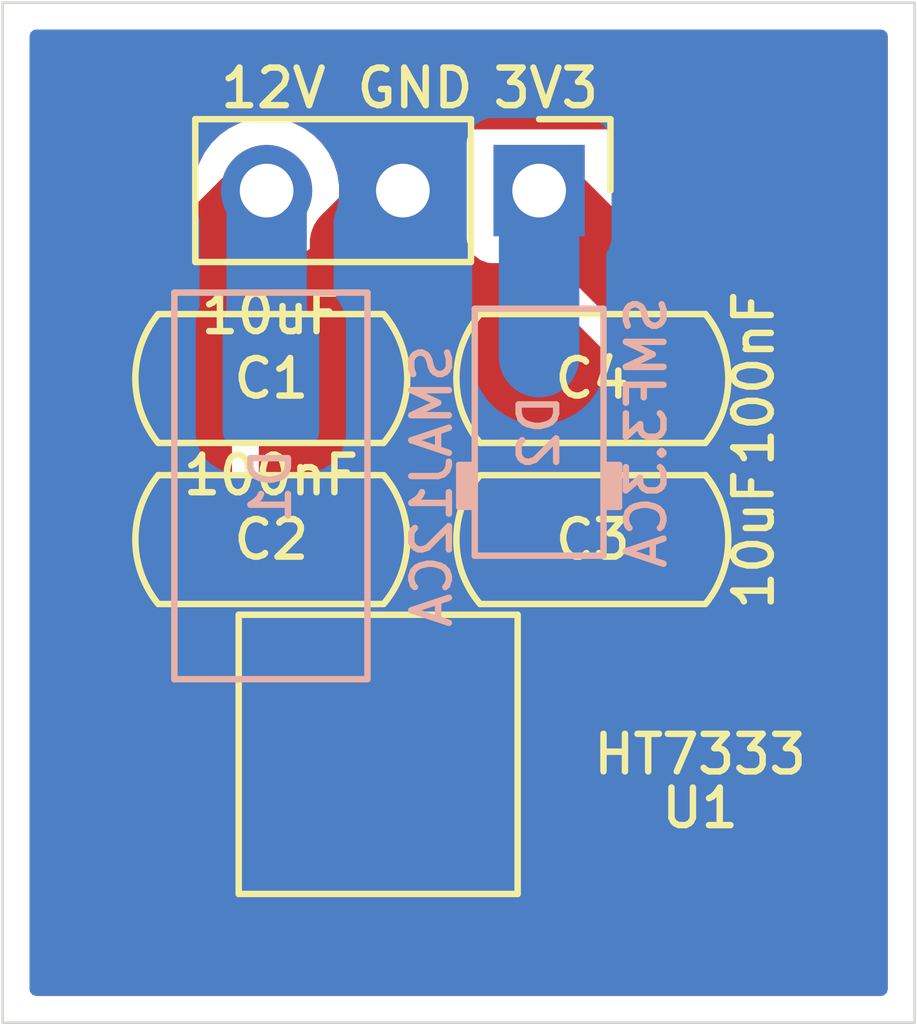
<source format=kicad_pcb>
(kicad_pcb (version 20241229) (generator "pcbnew") (generator_version "9.0")
  (layers (0 "F.Cu" signal) (2 "B.Cu" signal) (13 "F.Paste" user) (15 "B.Paste" user) (5 "F.SilkS" user "F.Silkscreen") (7 "B.SilkS" user "B.Silkscreen") (1 "F.Mask" user) (3 "B.Mask" user) (25 "Edge.Cuts" user))
  (net 0 "")
  (net 1 "+12V")
  (net 2 "GND")
  (net 3 "+3.3V")
  (footprint "PCM_Capacitor_SMD_AKL:C_1206_3216Metric" (layer "F.Cu") (at 117 66)
    (property "Reference" "C1" (at 0.007668 0 0) (layer "F.SilkS") (effects (font (size 0.7 0.7) (thickness 0.12))))
    (property "Value" "10uF" (at 0 -1.2 0) (layer "F.SilkS") (effects (font (size 0.7 0.7) (thickness 0.12))))
    (fp_line (start -2.1 1.2) (end 2.1 1.2) (stroke (width 0.12)) (layer "F.SilkS"))
    (fp_line (start 2.1 -1.2) (end -2.1 -1.2) (stroke (width 0.12)) (layer "F.SilkS"))
    (fp_arc (start -2.1 1.2) (mid -2.526625 0) (end -2.1 -1.2) (stroke (width 0.12)) (layer "F.SilkS"))
    (fp_arc (start 2.1 -1.2) (mid 2.541962 0) (end 2.1 1.2) (stroke (width 0.12)) (layer "F.SilkS"))
    (pad "1" smd roundrect (at -1.475 0) (size 1.15 1.8) (layers "F.Cu" "F.Mask" "F.Paste") (roundrect_rratio 0.217391) (net 1 "+12V"))
    (pad "2" smd roundrect (at 1.475 0) (size 1.15 1.8) (layers "F.Cu" "F.Mask" "F.Paste") (roundrect_rratio 0.217391) (net 2 "GND"))
  )
  (footprint "PCM_Capacitor_SMD_AKL:C_1206_3216Metric" (layer "F.Cu") (at 123 66 180)
    (property "Reference" "C4" (at 0.007668 0 0) (layer "F.SilkS") (effects (font (size 0.7 0.7) (thickness 0.12))))
    (property "Value" "100nF" (at -3 0 90) (layer "F.SilkS") (effects (font (size 0.7 0.7) (thickness 0.12))))
    (fp_line (start 2.1 -1.2) (end -2.1 -1.2) (stroke (width 0.12)) (layer "F.SilkS"))
    (fp_line (start -2.1 1.2) (end 2.1 1.2) (stroke (width 0.12)) (layer "F.SilkS"))
    (fp_arc (start 2.1 -1.2) (mid 2.541962 0) (end 2.1 1.2) (stroke (width 0.12)) (layer "F.SilkS"))
    (fp_arc (start -2.1 1.2) (mid -2.526625 0) (end -2.1 -1.2) (stroke (width 0.12)) (layer "F.SilkS"))
    (pad "1" smd roundrect (at -1.475 0 180) (size 1.15 1.8) (layers "F.Cu" "F.Mask" "F.Paste") (roundrect_rratio 0.217391) (net 3 "+3.3V"))
    (pad "2" smd roundrect (at 1.475 0 180) (size 1.15 1.8) (layers "F.Cu" "F.Mask" "F.Paste") (roundrect_rratio 0.217391) (net 2 "GND"))
  )
  (footprint "PCM_Package_TO_SOT_SMD_AKL:SOT-89-3" (layer "F.Cu") (at 119 73 180)
    (property "Reference" "U1" (at -6 -1 0) (layer "F.SilkS") (effects (font (size 0.7 0.7) (thickness 0.12))))
    (property "Value" "HT7333" (at -6 0 0) (layer "F.SilkS") (effects (font (size 0.7 0.7) (thickness 0.12))))
    (fp_line (start 2.6 2.6) (end 2.6 -2.6) (stroke (width 0.12)) (layer "F.SilkS"))
    (fp_line (start 2.6 -2.6) (end -2.6 -2.6) (stroke (width 0.12)) (layer "F.SilkS"))
    (fp_line (start -2.6 2.6) (end 2.6 2.6) (stroke (width 0.12)) (layer "F.SilkS"))
    (fp_line (start -2.6 -2.6) (end -2.6 2.6) (stroke (width 0.12)) (layer "F.SilkS"))
    (pad "1" smd roundrect (at -1.65 -1.5 180) (size 1.3 0.9) (layers "F.Cu" "F.Mask" "F.Paste") (net 2 "GND"))
    (pad "2" smd roundrect (at -1.45 0 180) (size 1.7 0.9) (layers "F.Cu" "F.Mask" "F.Paste") (net 1 "+12V"))
    (pad "2" smd roundrect (at 0.74 0 270) (size 1.733 3.125) (layers "F.Cu" "F.Mask" "F.Paste") (roundrect_rratio 0.1442585113) (net 1 "+12V"))
    (pad "3" smd roundrect (at -1.65 1.5 180) (size 1.3 0.9) (layers "F.Cu" "F.Mask" "F.Paste") (net 3 "+3.3V"))
  )
  (footprint "PCM_Capacitor_SMD_AKL:C_1206_3216Metric" (layer "F.Cu") (at 117 69)
    (property "Reference" "C2" (at 0.007668 0 0) (layer "F.SilkS") (effects (font (size 0.7 0.7) (thickness 0.12))))
    (property "Value" "100nF" (at 0 -1.2 0) (layer "F.SilkS") (effects (font (size 0.7 0.7) (thickness 0.12))))
    (fp_line (start -2.1 1.2) (end 2.1 1.2) (stroke (width 0.12)) (layer "F.SilkS"))
    (fp_line (start 2.1 -1.2) (end -2.1 -1.2) (stroke (width 0.12)) (layer "F.SilkS"))
    (fp_arc (start -2.1 1.2) (mid -2.526625 0) (end -2.1 -1.2) (stroke (width 0.12)) (layer "F.SilkS"))
    (fp_arc (start 2.1 -1.2) (mid 2.541962 0) (end 2.1 1.2) (stroke (width 0.12)) (layer "F.SilkS"))
    (pad "1" smd roundrect (at -1.475 0) (size 1.15 1.8) (layers "F.Cu" "F.Mask" "F.Paste") (roundrect_rratio 0.217391) (net 1 "+12V"))
    (pad "2" smd roundrect (at 1.475 0) (size 1.15 1.8) (layers "F.Cu" "F.Mask" "F.Paste") (roundrect_rratio 0.217391) (net 2 "GND"))
  )
  (footprint "PCM_Capacitor_SMD_AKL:C_1206_3216Metric" (layer "F.Cu") (at 123 69 180)
    (property "Reference" "C3" (at 0 0 0) (layer "F.SilkS") (effects (font (size 0.7 0.7) (thickness 0.12))))
    (property "Value" "10uF" (at -3 0 90) (layer "F.SilkS") (effects (font (size 0.7 0.7) (thickness 0.12))))
    (fp_line (start 2.1 -1.2) (end -2.1 -1.2) (stroke (width 0.12)) (layer "F.SilkS"))
    (fp_line (start -2.1 1.2) (end 2.1 1.2) (stroke (width 0.12)) (layer "F.SilkS"))
    (fp_arc (start 2.1 -1.2) (mid 2.541962 0) (end 2.1 1.2) (stroke (width 0.12)) (layer "F.SilkS"))
    (fp_arc (start -2.1 1.2) (mid -2.526625 0) (end -2.1 -1.2) (stroke (width 0.12)) (layer "F.SilkS"))
    (pad "1" smd roundrect (at -1.475 0 180) (size 1.15 1.8) (layers "F.Cu" "F.Mask" "F.Paste") (roundrect_rratio 0.217391) (net 3 "+3.3V"))
    (pad "2" smd roundrect (at 1.475 0 180) (size 1.15 1.8) (layers "F.Cu" "F.Mask" "F.Paste") (roundrect_rratio 0.217391) (net 2 "GND"))
  )
  (footprint "Connector_PinHeader_2.54mm:PinHeader_1x03_P2.54mm_Vertical" (layer "F.Cu") (at 122 62.5 -90)
    (property "Reference" "J1" (hide yes))
    (property "Value" "Conn_01x03" (hide yes))
    (fp_line (start -1.33 6.41) (end 1.33 6.41) (stroke (width 0.12)) (layer "F.SilkS"))
    (fp_line (start -1.33 1.27) (end -1.33 6.41) (stroke (width 0.12)) (layer "F.SilkS"))
    (fp_line (start -1.33 1.27) (end 1.33 1.27) (stroke (width 0.12)) (layer "F.SilkS"))
    (fp_line (start 1.33 1.27) (end 1.33 6.41) (stroke (width 0.12)) (layer "F.SilkS"))
    (fp_line (start -1.33 0) (end -1.33 -1.33) (stroke (width 0.12)) (layer "F.SilkS"))
    (fp_line (start -1.33 -1.33) (end 0 -1.33) (stroke (width 0.12)) (layer "F.SilkS"))
    (pad "1" thru_hole rect (at 0 0 270) (size 1.7 1.7) (drill 1) (layers "*.Cu" "*.Mask") (net 3 "+3.3V"))
    (pad "2" thru_hole oval (at 0 2.54 270) (size 1.7 1.7) (drill 1) (layers "*.Cu" "*.Mask") (net 2 "GND"))
    (pad "3" thru_hole oval (at 0 5.08 270) (size 1.7 1.7) (drill 1) (layers "*.Cu" "*.Mask") (net 1 "+12V"))
  )
  (footprint "PCM_Diode_SMD_AKL:D_SMA_TVS" (layer "B.Cu") (at 117 68 90)
    (property "Reference" "D1" (at 0 0 90) (layer "B.SilkS") (effects (font (size 0.7 0.7) (thickness 0.12)) (justify mirror)))
    (property "Value" "SMAJ12CA" (at 0 3 90) (layer "B.SilkS") (effects (font (size 0.7 0.7) (thickness 0.12)) (justify mirror)))
    (fp_line (start 3.6 -1.8) (end 3.6 1.8) (stroke (width 0.12)) (layer "B.SilkS"))
    (fp_line (start -3.6 -1.8) (end 3.6 -1.8) (stroke (width 0.12)) (layer "B.SilkS"))
    (fp_line (start 3.6 1.8) (end -3.6 1.8) (stroke (width 0.12)) (layer "B.SilkS"))
    (fp_line (start -3.6 1.8) (end -3.6 -1.8) (stroke (width 0.12)) (layer "B.SilkS"))
    (pad "1" smd roundrect (at -2 0 90) (size 2.5 1.8) (layers "B.Cu" "B.Mask" "B.Paste") (roundrect_rratio 0.1388888889) (net 2 "GND"))
    (pad "2" smd roundrect (at 2 0 90) (size 2.5 1.8) (layers "B.Cu" "B.Mask" "B.Paste") (roundrect_rratio 0.1388888889) (net 1 "+12V"))
  )
  (footprint "PCM_Diode_SMD_AKL:D_SOD-123F" (layer "B.Cu") (at 122 67 90)
    (property "Reference" "D2" (at 0 0 90) (layer "B.SilkS") (effects (font (size 0.7 0.7) (thickness 0.12)) (justify mirror)))
    (property "Value" "SMF3.3CA" (at 0 2 90) (layer "B.SilkS") (effects (font (size 0.7 0.7) (thickness 0.12)) (justify mirror)))
    (fp_line (start 2.3 -1.2) (end 2.3 1.2) (stroke (width 0.12)) (layer "B.SilkS"))
    (fp_line (start -2.3 -1.2) (end 2.3 -1.2) (stroke (width 0.12)) (layer "B.SilkS"))
    (fp_line (start 2.3 1.2) (end -2.3 1.2) (stroke (width 0.12)) (layer "B.SilkS"))
    (fp_line (start -2.3 1.2) (end -2.3 -1.2) (stroke (width 0.12)) (layer "B.SilkS"))
    (fp_poly (pts (xy -0.6 -1.5) (xy -1.4 -1.5) (xy -1.4 -1.2) (xy -0.6 -1.2)) (stroke (width 0.1)) (fill yes) (layer "B.SilkS"))
    (fp_poly (pts (xy -0.6 1.2) (xy -1.4 1.2) (xy -1.4 1.5) (xy -0.6 1.5)) (stroke (width 0.1)) (fill yes) (layer "B.SilkS"))
    (pad "1" smd roundrect (at -1.4 0 90) (size 1.1 1.1) (layers "B.Cu" "B.Mask" "B.Paste") (roundrect_rratio 0.2272727273) (net 2 "GND"))
    (pad "2" smd roundrect (at 1.4 0 90) (size 1.1 1.1) (layers "B.Cu" "B.Mask" "B.Paste") (roundrect_rratio 0.2272727273) (net 3 "+3.3V"))
  )
  (gr_rect (start 112 59) (end 129 78) (stroke (width 0.05)) (fill no) (layer "Edge.Cuts"))
  (gr_text "GND" (at 118.54 61 0) (layer "F.SilkS") (effects (font (size 0.7 0.7) (thickness 0.12) (bold yes)) (justify left bottom)))
  (gr_text "12V" (at 116 61 0) (layer "F.SilkS") (effects (font (size 0.7 0.7) (thickness 0.12) (bold yes)) (justify left bottom)))
  (gr_text "3V3" (at 121.08 61 0) (layer "F.SilkS") (effects (font (size 0.7 0.7) (thickness 0.12) (bold yes)) (justify left bottom)))
  (segment (start 115.525 66) (end 115.525 63.895) (width 1.5) (layer "F.Cu") (net 1))
  (segment (start 115.525 69) (end 115.525 70.265) (width 1.5) (layer "F.Cu") (net 1))
  (segment (start 115.525 70.265) (end 118.26 73) (width 1.5) (layer "F.Cu") (net 1))
  (segment (start 115.525 69) (end 115.525 66) (width 1.5) (layer "F.Cu") (net 1))
  (segment (start 115.525 63.895) (end 116.92 62.5) (width 1.5) (layer "F.Cu") (net 1))
  (segment (start 116.92 62.5) (end 116.92 65.92) (width 1.5) (layer "B.Cu") (net 1))
  (segment (start 116.92 65.92) (end 117 66) (width 1.5) (layer "B.Cu") (net 1))
  (segment (start 120.18 60.61) (end 123.79 60.61) (width 1.5) (layer "F.Cu") (net 2))
  (segment (start 119.46 62.5) (end 119.46 61.33) (width 1.5) (layer "F.Cu") (net 2))
  (segment (start 123.79 60.61) (end 126.33 63.15) (width 1.5) (layer "F.Cu") (net 2))
  (segment (start 121.525 69) (end 121.525 66) (width 1.5) (layer "F.Cu") (net 2))
  (segment (start 119.46 61.33) (end 120.18 60.61) (width 1.5) (layer "F.Cu") (net 2))
  (segment (start 126.33 63.15) (end 126.33 71.25) (width 1.5) (layer "F.Cu") (net 2))
  (segment (start 123.08 74.5) (end 120.65 74.5) (width 1.5) (layer "F.Cu") (net 2))
  (segment (start 118.475 69) (end 118.475 66) (width 1.5) (layer "F.Cu") (net 2))
  (segment (start 118.475 63.485) (end 119.46 62.5) (width 1.5) (layer "F.Cu") (net 2))
  (segment (start 118.475 66) (end 118.475 63.485) (width 1.5) (layer "F.Cu") (net 2))
  (segment (start 121.525 69) (end 118.475 69) (width 1.5) (layer "F.Cu") (net 2))
  (segment (start 126.33 71.25) (end 123.08 74.5) (width 1.5) (layer "F.Cu") (net 2))
  (segment (start 119.46 63.935) (end 121.525 66) (width 1.5) (layer "F.Cu") (net 2))
  (segment (start 119.46 62.5) (end 119.46 63.935) (width 1.5) (layer "F.Cu") (net 2))
  (segment (start 119.46 62.5) (end 119.46 67.54) (width 1.5) (layer "B.Cu") (net 2))
  (segment (start 122 68.4) (end 120.32 68.4) (width 1.5) (layer "B.Cu") (net 2))
  (segment (start 120.32 68.4) (end 119.46 67.54) (width 1.5) (layer "B.Cu") (net 2))
  (segment (start 119.46 67.54) (end 117 70) (width 1.5) (layer "B.Cu") (net 2))
  (segment (start 124.475 66) (end 124.475 64.975) (width 1.5) (layer "F.Cu") (net 3))
  (segment (start 124.475 69) (end 124.475 66) (width 1.5) (layer "F.Cu") (net 3))
  (segment (start 123.26 71.5) (end 124.475 70.285) (width 1.5) (layer "F.Cu") (net 3))
  (segment (start 124.475 64.975) (end 122 62.5) (width 1.5) (layer "F.Cu") (net 3))
  (segment (start 120.65 71.5) (end 123.26 71.5) (width 1.5) (layer "F.Cu") (net 3))
  (segment (start 124.475 70.285) (end 124.475 69) (width 1.5) (layer "F.Cu") (net 3))
  (segment (start 122 62.5) (end 122 65.6) (width 1.5) (layer "B.Cu") (net 3))
  (zone (net 2) (net_name "GND") (layers "F.Cu" "B.Cu") (name "GND") (priority 3) (connect_pads yes (clearance 0.5)) (min_thickness 0.25) (fill yes (thermal_gap 0.5) (thermal_bridge_width 0.5))
    (polygon (pts (xy 112 59) (xy 129 59) (xy 129 78) (xy 112 78)))
  )
)
</source>
